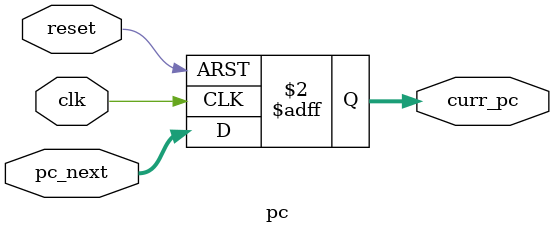
<source format=v>
`timescale 1ns / 1ps


module pc(
    input wire clk, reset,
    input wire [31:0] pc_next,
    output reg [31:0] curr_pc
    );
    always @(posedge clk or posedge reset) // the PC reset is active HIGH and asynchronous
        begin
            if(reset)
                curr_pc <= 0;
            else
                curr_pc <= pc_next;
            end
endmodule

</source>
